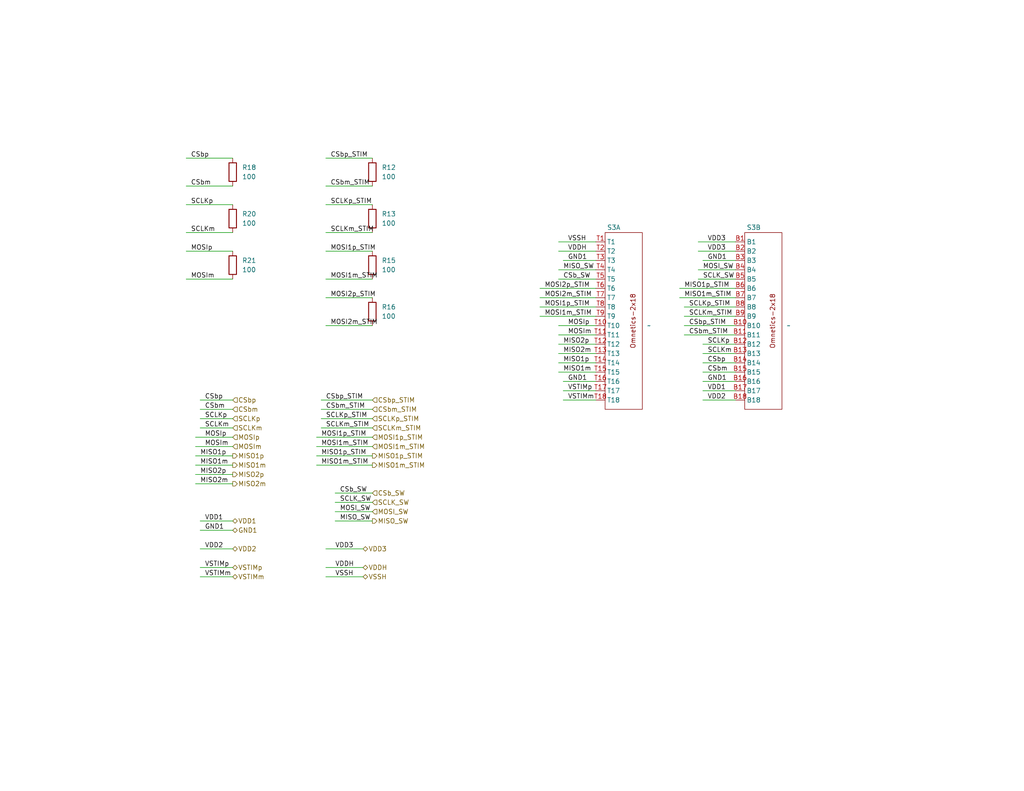
<source format=kicad_sch>
(kicad_sch (version 20231120) (generator "eeschema") (generator_version "8.0")
  (paper "USLetter")
  (title_block (title "Iris-128S") (date "2024-04-12") (rev "1.0.0") (company "OpenIC"))
  (lib_symbols
    (symbol "Device:R" (pin_numbers hide) (pin_names (offset 0))
      (property "Reference" "R" (at 2.032 0 90))
      (property "Value" "R" (at 0 0 90))
      (symbol "R_0_1"
        (rectangle (start -1.016 -2.54) (end 1.016 2.54) (stroke (width 0.254)))
      )
      (symbol "R_1_1"
        (pin passive line (at 0 3.81 270) (length 1.27) (name "~") (number "1"))
        (pin passive line (at 0 -3.81 90) (length 1.27) (name "~") (number "2"))
      )
    )
    (symbol "openic:CONN-OMNETICS-A79024-001"
      (property "Reference" "S" (at -3.81 25.4 0))
      (symbol "CONN-OMNETICS-A79024-001_0_1"
        (rectangle (start -5.08 24.13) (end 5.08 -24.13))
      )
      (symbol "CONN-OMNETICS-A79024-001_1_1"
        (text "Omnetics-2x18" (at 2.54 0 900) (effects (font (size 1.27 1.27))))
        (pin passive line (at -7.62 21.59 0) (length 2.54) (name "T1") (number "T1"))
        (pin passive line (at -7.62 -1.27 0) (length 2.54) (name "T10") (number "T10"))
        (pin passive line (at -7.62 -3.81 0) (length 2.54) (name "T11") (number "T11"))
        (pin passive line (at -7.62 -6.35 0) (length 2.54) (name "T12") (number "T12"))
        (pin passive line (at -7.62 -8.89 0) (length 2.54) (name "T13") (number "T13"))
        (pin passive line (at -7.62 -11.43 0) (length 2.54) (name "T14") (number "T14"))
        (pin passive line (at -7.62 -13.97 0) (length 2.54) (name "T15") (number "T15"))
        (pin passive line (at -7.62 -16.51 0) (length 2.54) (name "T16") (number "T16"))
        (pin passive line (at -7.62 -19.05 0) (length 2.54) (name "T17") (number "T17"))
        (pin passive line (at -7.62 -21.59 0) (length 2.54) (name "T18") (number "T18"))
        (pin passive line (at -7.62 19.05 0) (length 2.54) (name "T2") (number "T2"))
        (pin passive line (at -7.62 16.51 0) (length 2.54) (name "T3") (number "T3"))
        (pin passive line (at -7.62 13.97 0) (length 2.54) (name "T4") (number "T4"))
        (pin passive line (at -7.62 11.43 0) (length 2.54) (name "T5") (number "T5"))
        (pin passive line (at -7.62 8.89 0) (length 2.54) (name "T6") (number "T6"))
        (pin passive line (at -7.62 6.35 0) (length 2.54) (name "T7") (number "T7"))
        (pin passive line (at -7.62 3.81 0) (length 2.54) (name "T8") (number "T8"))
        (pin passive line (at -7.62 1.27 0) (length 2.54) (name "T9") (number "T9"))
      )
      (symbol "CONN-OMNETICS-A79024-001_2_1"
        (text "Omnetics-2x18" (at 2.54 0 900) (effects (font (size 1.27 1.27))))
        (pin passive line (at -7.62 21.59 0) (length 2.54) (name "B1") (number "B1"))
        (pin passive line (at -7.62 -1.27 0) (length 2.54) (name "B10") (number "B10"))
        (pin passive line (at -7.62 -3.81 0) (length 2.54) (name "B11") (number "B11"))
        (pin passive line (at -7.62 -6.35 0) (length 2.54) (name "B12") (number "B12"))
        (pin passive line (at -7.62 -8.89 0) (length 2.54) (name "B13") (number "B13"))
        (pin passive line (at -7.62 -11.43 0) (length 2.54) (name "B14") (number "B14"))
        (pin passive line (at -7.62 -13.97 0) (length 2.54) (name "B15") (number "B15"))
        (pin passive line (at -7.62 -16.51 0) (length 2.54) (name "B16") (number "B16"))
        (pin passive line (at -7.62 -19.05 0) (length 2.54) (name "B17") (number "B17"))
        (pin passive line (at -7.62 -21.59 0) (length 2.54) (name "B18") (number "B18"))
        (pin passive line (at -7.62 19.05 0) (length 2.54) (name "B2") (number "B2"))
        (pin passive line (at -7.62 16.51 0) (length 2.54) (name "B3") (number "B3"))
        (pin passive line (at -7.62 13.97 0) (length 2.54) (name "B4") (number "B4"))
        (pin passive line (at -7.62 11.43 0) (length 2.54) (name "B5") (number "B5"))
        (pin passive line (at -7.62 8.89 0) (length 2.54) (name "B6") (number "B6"))
        (pin passive line (at -7.62 6.35 0) (length 2.54) (name "B7") (number "B7"))
        (pin passive line (at -7.62 3.81 0) (length 2.54) (name "B8") (number "B8"))
        (pin passive line (at -7.62 1.27 0) (length 2.54) (name "B9") (number "B9"))
      )
    )
  )
  (wire (pts (xy 147.32 78.74) (xy 162.56 78.74)))
  (wire (pts (xy 152.4 73.66) (xy 162.56 73.66)))
  (wire (pts (xy 88.9 76.2) (xy 101.6 76.2)))
  (wire (pts (xy 152.4 101.6) (xy 162.56 101.6)))
  (wire (pts (xy 191.77 109.22) (xy 200.66 109.22)))
  (wire (pts (xy 152.4 91.44) (xy 162.56 91.44)))
  (wire (pts (xy 50.8 50.8) (xy 63.5 50.8)))
  (wire (pts (xy 88.9 157.48) (xy 99.06 157.48)))
  (wire (pts (xy 54.61 154.94) (xy 63.5 154.94)))
  (wire (pts (xy 185.42 78.74) (xy 200.66 78.74)))
  (wire (pts (xy 191.77 96.52) (xy 200.66 96.52)))
  (wire (pts (xy 53.34 121.92) (xy 63.5 121.92)))
  (wire (pts (xy 191.77 104.14) (xy 200.66 104.14)))
  (wire (pts (xy 88.9 63.5) (xy 101.6 63.5)))
  (wire (pts (xy 152.4 68.58) (xy 162.56 68.58)))
  (wire (pts (xy 54.61 109.22) (xy 63.5 109.22)))
  (wire (pts (xy 50.8 43.18) (xy 63.5 43.18)))
  (wire (pts (xy 87.63 116.84) (xy 101.6 116.84)))
  (wire (pts (xy 88.9 88.9) (xy 101.6 88.9)))
  (wire (pts (xy 88.9 55.88) (xy 101.6 55.88)))
  (wire (pts (xy 86.36 121.92) (xy 101.6 121.92)))
  (wire (pts (xy 153.67 109.22) (xy 162.56 109.22)))
  (wire (pts (xy 86.36 119.38) (xy 101.6 119.38)))
  (wire (pts (xy 53.34 132.08) (xy 63.5 132.08)))
  (wire (pts (xy 191.77 101.6) (xy 200.66 101.6)))
  (wire (pts (xy 88.9 50.8) (xy 101.6 50.8)))
  (wire (pts (xy 88.9 68.58) (xy 101.6 68.58)))
  (wire (pts (xy 88.9 81.28) (xy 101.6 81.28)))
  (wire (pts (xy 152.4 88.9) (xy 162.56 88.9)))
  (wire (pts (xy 91.44 139.7) (xy 101.6 139.7)))
  (wire (pts (xy 147.32 86.36) (xy 162.56 86.36)))
  (wire (pts (xy 152.4 93.98) (xy 162.56 93.98)))
  (wire (pts (xy 86.36 127) (xy 101.6 127)))
  (wire (pts (xy 185.42 81.28) (xy 200.66 81.28)))
  (wire (pts (xy 54.61 111.76) (xy 63.5 111.76)))
  (wire (pts (xy 54.61 116.84) (xy 63.5 116.84)))
  (wire (pts (xy 87.63 111.76) (xy 101.6 111.76)))
  (wire (pts (xy 87.63 114.3) (xy 101.6 114.3)))
  (wire (pts (xy 91.44 142.24) (xy 101.6 142.24)))
  (wire (pts (xy 91.44 134.62) (xy 101.6 134.62)))
  (wire (pts (xy 54.61 144.78) (xy 63.5 144.78)))
  (wire (pts (xy 53.34 129.54) (xy 63.5 129.54)))
  (wire (pts (xy 191.77 106.68) (xy 200.66 106.68)))
  (wire (pts (xy 153.67 104.14) (xy 162.56 104.14)))
  (wire (pts (xy 54.61 149.86) (xy 63.5 149.86)))
  (wire (pts (xy 186.69 86.36) (xy 200.66 86.36)))
  (wire (pts (xy 152.4 96.52) (xy 162.56 96.52)))
  (wire (pts (xy 147.32 83.82) (xy 162.56 83.82)))
  (wire (pts (xy 54.61 114.3) (xy 63.5 114.3)))
  (wire (pts (xy 50.8 63.5) (xy 63.5 63.5)))
  (wire (pts (xy 53.34 119.38) (xy 63.5 119.38)))
  (wire (pts (xy 88.9 43.18) (xy 101.6 43.18)))
  (wire (pts (xy 53.34 127) (xy 63.5 127)))
  (wire (pts (xy 54.61 157.48) (xy 63.5 157.48)))
  (wire (pts (xy 50.8 68.58) (xy 63.5 68.58)))
  (wire (pts (xy 186.69 91.44) (xy 200.66 91.44)))
  (wire (pts (xy 190.5 66.04) (xy 200.66 66.04)))
  (wire (pts (xy 152.4 99.06) (xy 162.56 99.06)))
  (wire (pts (xy 191.77 93.98) (xy 200.66 93.98)))
  (wire (pts (xy 190.5 76.2) (xy 200.66 76.2)))
  (wire (pts (xy 153.67 71.12) (xy 162.56 71.12)))
  (wire (pts (xy 50.8 76.2) (xy 63.5 76.2)))
  (wire (pts (xy 50.8 55.88) (xy 63.5 55.88)))
  (wire (pts (xy 153.67 106.68) (xy 162.56 106.68)))
  (wire (pts (xy 88.9 154.94) (xy 99.06 154.94)))
  (wire (pts (xy 186.69 88.9) (xy 200.66 88.9)))
  (wire (pts (xy 54.61 142.24) (xy 63.5 142.24)))
  (wire (pts (xy 190.5 73.66) (xy 200.66 73.66)))
  (wire (pts (xy 190.5 68.58) (xy 200.66 68.58)))
  (wire (pts (xy 87.63 109.22) (xy 101.6 109.22)))
  (wire (pts (xy 152.4 66.04) (xy 162.56 66.04)))
  (wire (pts (xy 91.44 137.16) (xy 101.6 137.16)))
  (wire (pts (xy 147.32 81.28) (xy 162.56 81.28)))
  (wire (pts (xy 152.4 76.2) (xy 162.56 76.2)))
  (wire (pts (xy 191.77 99.06) (xy 200.66 99.06)))
  (wire (pts (xy 86.36 124.46) (xy 101.6 124.46)))
  (wire (pts (xy 191.77 71.12) (xy 200.66 71.12)))
  (wire (pts (xy 53.34 124.46) (xy 63.5 124.46)))
  (wire (pts (xy 88.9 149.86) (xy 99.06 149.86)))
  (wire (pts (xy 186.69 83.82) (xy 200.66 83.82)))
  (label "GND1" (at 55.88 144.78 0))
  (label "SCLK_SW" (at 191.77 76.2 0))
  (label "VDD2" (at 55.88 149.86 0))
  (label "CSbm_STIM" (at 88.9 111.76 0))
  (label "MISO1m_STIM" (at 87.63 127 0))
  (label "VSTIMm" (at 55.88 157.48 0))
  (label "MOSI2m_STIM" (at 90.17 88.9 0))
  (label "SCLKm_STIM" (at 88.9 116.84 0))
  (label "SCLKm_STIM" (at 90.17 63.5 0))
  (label "VDD3" (at 193.04 68.58 0))
  (label "MISO_SW" (at 153.67 73.66 0))
  (label "CSbp" (at 55.88 109.22 0))
  (label "MISO1p" (at 54.61 124.46 0))
  (label "MOSIm" (at 52.07 76.2 0))
  (label "VDD1" (at 193.04 106.68 0))
  (label "CSbp" (at 193.04 99.06 0))
  (label "SCLKm" (at 193.04 96.52 0))
  (label "SCLKp_STIM" (at 90.17 55.88 0))
  (label "MOSI1p_STIM" (at 90.17 68.58 0))
  (label "CSbm" (at 193.04 101.6 0))
  (label "SCLKp_STIM" (at 187.96 83.82 0))
  (label "GND1" (at 193.04 104.14 0))
  (label "MISO2p" (at 54.61 129.54 0))
  (label "MOSIp" (at 55.88 119.38 0))
  (label "MISO1p_STIM" (at 186.69 78.74 0))
  (label "CSbp_STIM" (at 187.96 88.9 0))
  (label "GND1" (at 154.94 104.14 0))
  (label "MOSI1m_STIM" (at 87.63 121.92 0))
  (label "SCLKp" (at 52.07 55.88 0))
  (label "SCLKm" (at 55.88 116.84 0))
  (label "MISO1m_STIM" (at 186.69 81.28 0))
  (label "MOSIp" (at 154.94 88.9 0))
  (label "VSTIMm" (at 154.94 109.22 0))
  (label "MISO1m" (at 153.67 101.6 0))
  (label "MOSI2p_STIM" (at 148.59 78.74 0))
  (label "CSbp_STIM" (at 90.17 43.18 0))
  (label "GND1" (at 193.04 71.12 0))
  (label "MOSIm" (at 154.94 91.44 0))
  (label "CSbm_STIM" (at 187.96 91.44 0))
  (label "MOSI_SW" (at 191.77 73.66 0))
  (label "CSbp_STIM" (at 88.9 109.22 0))
  (label "SCLKm_STIM" (at 187.96 86.36 0))
  (label "MISO2m" (at 54.61 132.08 0))
  (label "MOSI_SW" (at 92.71 139.7 0))
  (label "MISO2p" (at 153.67 93.98 0))
  (label "CSbm_STIM" (at 90.17 50.8 0))
  (label "MOSIm" (at 55.88 121.92 0))
  (label "MISO_SW" (at 92.71 142.24 0))
  (label "SCLKp" (at 55.88 114.3 0))
  (label "MOSI1m_STIM" (at 148.59 86.36 0))
  (label "VDD3" (at 193.04 66.04 0))
  (label "SCLKp" (at 193.04 93.98 0))
  (label "CSb_SW" (at 153.67 76.2 0))
  (label "CSbp" (at 52.07 43.18 0))
  (label "MISO1m" (at 54.61 127 0))
  (label "VDDH" (at 91.44 154.94 0))
  (label "MISO2m" (at 153.67 96.52 0))
  (label "VDD1" (at 55.88 142.24 0))
  (label "VDD2" (at 193.04 109.22 0))
  (label "VSTIMp" (at 154.94 106.68 0))
  (label "MOSI1p_STIM" (at 148.59 83.82 0))
  (label "MOSIp" (at 52.07 68.58 0))
  (label "GND1" (at 154.94 71.12 0))
  (label "MOSI2p_STIM" (at 90.17 81.28 0))
  (label "SCLKp_STIM" (at 88.9 114.3 0))
  (label "CSb_SW" (at 92.71 134.62 0))
  (label "SCLKm" (at 52.07 63.5 0))
  (label "SCLK_SW" (at 92.71 137.16 0))
  (label "VDDH" (at 154.94 68.58 0))
  (label "MOSI1m_STIM" (at 90.17 76.2 0))
  (label "VDD3" (at 91.44 149.86 0))
  (label "MOSI2m_STIM" (at 148.59 81.28 0))
  (label "VSTIMp" (at 55.88 154.94 0))
  (label "MISO1p_STIM" (at 87.63 124.46 0))
  (label "MISO1p" (at 153.67 99.06 0))
  (label "VSSH" (at 154.94 66.04 0))
  (label "MOSI1p_STIM" (at 87.63 119.38 0))
  (label "CSbm" (at 55.88 111.76 0))
  (label "CSbm" (at 52.07 50.8 0))
  (label "VSSH" (at 91.44 157.48 0))
  (hierarchical_label "CSbp_STIM" (shape input) (at 101.6 109.22 0))
  (hierarchical_label "MOSIp" (shape input) (at 63.5 119.38 0))
  (hierarchical_label "MISO1p" (shape output) (at 63.5 124.46 0))
  (hierarchical_label "MOSI1p_STIM" (shape input) (at 101.6 119.38 0))
  (hierarchical_label "MOSI_SW" (shape input) (at 101.6 139.7 0))
  (hierarchical_label "SCLKp" (shape input) (at 63.5 114.3 0))
  (hierarchical_label "CSbm_STIM" (shape input) (at 101.6 111.76 0))
  (hierarchical_label "CSb_SW" (shape input) (at 101.6 134.62 0))
  (hierarchical_label "VSTIMm" (shape bidirectional) (at 63.5 157.48 0))
  (hierarchical_label "MISO1m" (shape output) (at 63.5 127 0))
  (hierarchical_label "SCLKp_STIM" (shape input) (at 101.6 114.3 0))
  (hierarchical_label "MISO2p" (shape output) (at 63.5 129.54 0))
  (hierarchical_label "CSbp" (shape input) (at 63.5 109.22 0))
  (hierarchical_label "SCLK_SW" (shape input) (at 101.6 137.16 0))
  (hierarchical_label "VDD3" (shape bidirectional) (at 99.06 149.86 0))
  (hierarchical_label "MISO1m_STIM" (shape output) (at 101.6 127 0))
  (hierarchical_label "VDD1" (shape bidirectional) (at 63.5 142.24 0))
  (hierarchical_label "SCLKm_STIM" (shape input) (at 101.6 116.84 0))
  (hierarchical_label "CSbm" (shape input) (at 63.5 111.76 0))
  (hierarchical_label "GND1" (shape bidirectional) (at 63.5 144.78 0))
  (hierarchical_label "VDDH" (shape bidirectional) (at 99.06 154.94 0))
  (hierarchical_label "VSTIMp" (shape bidirectional) (at 63.5 154.94 0))
  (hierarchical_label "MOSI1m_STIM" (shape input) (at 101.6 121.92 0))
  (hierarchical_label "MISO1p_STIM" (shape output) (at 101.6 124.46 0))
  (hierarchical_label "SCLKm" (shape input) (at 63.5 116.84 0))
  (hierarchical_label "VSSH" (shape bidirectional) (at 99.06 157.48 0))
  (hierarchical_label "MISO_SW" (shape output) (at 101.6 142.24 0))
  (hierarchical_label "MOSIm" (shape input) (at 63.5 121.92 0))
  (hierarchical_label "VDD2" (shape bidirectional) (at 63.5 149.86 0))
  (hierarchical_label "MISO2m" (shape output) (at 63.5 132.08 0))
  (symbol (lib_id "openic:CONN-OMNETICS-A79024-001") (at 170.18 87.63 0) (unit 1)
    (property "Reference" "S3" (at 165.608 62.1029 0) (effects (justify left)))
    (property "Value" "~" (at 176.53 88.9 0) (effects (justify left)))
    (property "Footprint" "openic:OMNETICS-A79024-001" (effects (hide yes)))
    (property "Description" "36-pin Omnetics Connector" (effects (hide yes)))
    (property "MPN" "A79024-001" (effects (hide yes)))
    (property "Manufacturer" "Omnetics" (effects (hide yes)))
  )
  (symbol (lib_id "Device:R") (at 63.5 72.39 0) (unit 1)
    (property "Reference" "R21" (at 66.04 71.1199 0) (effects (justify left)))
    (property "Value" "100" (at 66.04 73.6599 0) (effects (justify left)))
    (property "Footprint" "Resistor_SMD:R_0201_0603Metric" (effects (hide yes)))
    (property "Description" "Resistor" (effects (hide yes)))
    (property "MPN" "RC0201FR-07100RL" (effects (hide yes)))
    (property "Manufacturer" "Yageo" (effects (hide yes)))
  )
  (symbol (lib_id "Device:R") (at 101.6 72.39 0) (unit 1)
    (property "Reference" "R15" (at 104.14 71.1199 0) (effects (justify left)))
    (property "Value" "100" (at 104.14 73.6599 0) (effects (justify left)))
    (property "Footprint" "Resistor_SMD:R_0201_0603Metric" (effects (hide yes)))
    (property "Description" "Resistor" (effects (hide yes)))
    (property "MPN" "RC0201FR-07100RL" (effects (hide yes)))
    (property "Manufacturer" "Yageo" (effects (hide yes)))
  )
  (symbol (lib_id "Device:R") (at 63.5 46.99 0) (unit 1)
    (property "Reference" "R18" (at 66.04 45.7199 0) (effects (justify left)))
    (property "Value" "100" (at 66.04 48.2599 0) (effects (justify left)))
    (property "Footprint" "Resistor_SMD:R_0201_0603Metric" (effects (hide yes)))
    (property "Description" "Resistor" (effects (hide yes)))
    (property "MPN" "RC0201FR-07100RL" (effects (hide yes)))
    (property "Manufacturer" "Yageo" (effects (hide yes)))
  )
  (symbol (lib_id "openic:CONN-OMNETICS-A79024-001") (at 208.28 87.63 0) (unit 2)
    (property "Reference" "S3" (at 203.708 62.1029 0) (effects (justify left)))
    (property "Value" "~" (at 214.63 88.9 0) (effects (justify left)))
    (property "Footprint" "openic:OMNETICS-A79024-001" (effects (hide yes)))
    (property "Description" "36-pin Omnetics Connector" (effects (hide yes)))
    (property "MPN" "A79024-001" (effects (hide yes)))
    (property "Manufacturer" "Omnetics" (effects (hide yes)))
  )
  (symbol (lib_id "Device:R") (at 101.6 85.09 0) (unit 1)
    (property "Reference" "R16" (at 104.14 83.8199 0) (effects (justify left)))
    (property "Value" "100" (at 104.14 86.3599 0) (effects (justify left)))
    (property "Footprint" "Resistor_SMD:R_0201_0603Metric" (effects (hide yes)))
    (property "Description" "Resistor" (effects (hide yes)))
    (property "MPN" "RC0201FR-07100RL" (effects (hide yes)))
    (property "Manufacturer" "Yageo" (effects (hide yes)))
  )
  (symbol (lib_id "Device:R") (at 101.6 59.69 0) (unit 1)
    (property "Reference" "R13" (at 104.14 58.4199 0) (effects (justify left)))
    (property "Value" "100" (at 104.14 60.9599 0) (effects (justify left)))
    (property "Footprint" "Resistor_SMD:R_0201_0603Metric" (effects (hide yes)))
    (property "Description" "Resistor" (effects (hide yes)))
    (property "MPN" "RC0201FR-07100RL" (effects (hide yes)))
    (property "Manufacturer" "Yageo" (effects (hide yes)))
  )
  (symbol (lib_id "Device:R") (at 101.6 46.99 0) (unit 1)
    (property "Reference" "R12" (at 104.14 45.7199 0) (effects (justify left)))
    (property "Value" "100" (at 104.14 48.2599 0) (effects (justify left)))
    (property "Footprint" "Resistor_SMD:R_0201_0603Metric" (effects (hide yes)))
    (property "Description" "Resistor" (effects (hide yes)))
    (property "MPN" "RC0201FR-07100RL" (effects (hide yes)))
    (property "Manufacturer" "Yageo" (effects (hide yes)))
  )
  (symbol (lib_id "Device:R") (at 63.5 59.69 0) (unit 1)
    (property "Reference" "R20" (at 66.04 58.4199 0) (effects (justify left)))
    (property "Value" "100" (at 66.04 60.9599 0) (effects (justify left)))
    (property "Footprint" "Resistor_SMD:R_0201_0603Metric" (effects (hide yes)))
    (property "Description" "Resistor" (effects (hide yes)))
    (property "MPN" "RC0201FR-07100RL" (effects (hide yes)))
    (property "Manufacturer" "Yageo" (effects (hide yes)))
  )
)
</source>
